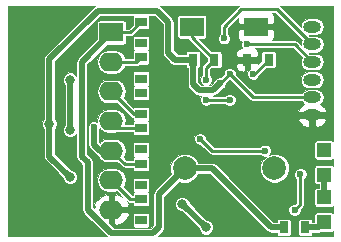
<source format=gbr>
G04 #@! TF.FileFunction,Copper,L1,Top,Signal*
%FSLAX46Y46*%
G04 Gerber Fmt 4.6, Leading zero omitted, Abs format (unit mm)*
G04 Created by KiCad (PCBNEW 4.0.6) date 04/15/17 09:15:45*
%MOMM*%
%LPD*%
G01*
G04 APERTURE LIST*
%ADD10C,0.100000*%
%ADD11O,1.524000X1.000000*%
%ADD12R,0.800000X1.000000*%
%ADD13R,1.000000X0.800000*%
%ADD14R,2.000000X1.600000*%
%ADD15R,1.198880X1.198880*%
%ADD16C,2.000000*%
%ADD17O,2.000000X1.600000*%
%ADD18C,0.600000*%
%ADD19C,0.800000*%
%ADD20C,0.250000*%
%ADD21C,0.500000*%
%ADD22C,0.026000*%
G04 APERTURE END LIST*
D10*
D11*
X26000000Y-9500000D03*
X26000000Y-8000000D03*
X26000000Y-6500000D03*
X26000000Y-5000000D03*
X26000000Y-3500000D03*
X26000000Y-2000000D03*
D12*
X15900000Y-4800000D03*
X17700000Y-4800000D03*
X20500000Y-4800000D03*
X22300000Y-4800000D03*
D13*
X11500000Y-3400000D03*
X11500000Y-1600000D03*
X11500000Y-6400000D03*
X11500000Y-4600000D03*
X11500000Y-7600000D03*
X11500000Y-9400000D03*
X11500000Y-12400000D03*
X11500000Y-10600000D03*
X11500000Y-15400000D03*
X11500000Y-13600000D03*
X11500000Y-18400000D03*
X11500000Y-16600000D03*
D14*
X15800000Y-2000000D03*
X21200000Y-2000000D03*
D12*
X23600000Y-19000000D03*
X25400000Y-19000000D03*
D15*
X27000000Y-18549020D03*
X27000000Y-16450980D03*
X27000000Y-14549020D03*
X27000000Y-12450980D03*
D16*
X15200160Y-14000000D03*
X22799840Y-14000000D03*
D14*
X9000000Y-2500000D03*
D17*
X9000000Y-4993000D03*
X9000000Y-7493000D03*
X9000000Y-9993000D03*
X9000000Y-12493000D03*
X9000000Y-14993000D03*
X9000000Y-17493000D03*
D18*
X10500000Y-4000000D03*
X10500000Y-14400000D03*
X10500000Y-11600000D03*
X10500000Y-5800000D03*
X16000000Y-8200000D03*
X19000000Y-7000000D03*
D19*
X17000000Y-15000000D03*
X14000000Y-19000000D03*
X20000000Y-15000000D03*
X23000000Y-17500000D03*
X2750000Y-1500000D03*
X7000000Y-19000000D03*
D18*
X19000000Y-5000000D03*
X18000000Y-6000000D03*
X20000000Y-6000000D03*
X17000000Y-6500000D03*
X19000000Y-8200000D03*
X17000000Y-8200000D03*
D19*
X15000000Y-17000000D03*
X17000000Y-19000000D03*
D18*
X18200000Y-6800000D03*
X19000000Y-6000000D03*
D19*
X3750000Y-10250000D03*
X5500000Y-14750000D03*
D18*
X20500000Y-3500000D03*
X18500000Y-3000000D03*
X21000000Y-6000000D03*
X11500000Y-18400000D03*
X11500000Y-15400000D03*
X7500000Y-10500000D03*
X11500000Y-12400000D03*
X11500000Y-7600000D03*
X11500000Y-6400000D03*
X11500000Y-3400000D03*
D19*
X5500000Y-10750000D03*
X5500000Y-6500000D03*
D18*
X25000000Y-14500000D03*
X24500000Y-17500000D03*
D19*
X27000000Y-12450980D03*
D18*
X16500000Y-11500000D03*
X22000000Y-12500000D03*
D20*
X10500000Y-11600000D02*
X14400000Y-11600000D01*
X16000000Y-10000000D02*
X16000000Y-8200000D01*
X14400000Y-11600000D02*
X16000000Y-10000000D01*
X10500000Y-4000000D02*
X10600000Y-4000000D01*
X10500000Y-14400000D02*
X10600000Y-14400000D01*
X10500000Y-11600000D02*
X10600000Y-11600000D01*
X10500000Y-5800000D02*
X10600000Y-5800000D01*
X16000000Y-8200000D02*
X16800000Y-9000000D01*
X16800000Y-9000000D02*
X19400000Y-9000000D01*
X19400000Y-9000000D02*
X19800000Y-8600000D01*
X19800000Y-8600000D02*
X19800000Y-7800000D01*
X19800000Y-7800000D02*
X19000000Y-7000000D01*
D21*
X16500000Y-15500000D02*
X17000000Y-15000000D01*
X15000000Y-15500000D02*
X16500000Y-15500000D01*
X14000000Y-16500000D02*
X15000000Y-15500000D01*
X14000000Y-19000000D02*
X14000000Y-16500000D01*
X23000000Y-17500000D02*
X20500000Y-15000000D01*
X20500000Y-15000000D02*
X20000000Y-15000000D01*
X2750000Y-1500000D02*
X750000Y-3500000D01*
X750000Y-3500000D02*
X750000Y-16500000D01*
X750000Y-16500000D02*
X2750000Y-18500000D01*
X3250000Y-19000000D02*
X2750000Y-18500000D01*
X7000000Y-19000000D02*
X3250000Y-19000000D01*
D20*
X20500000Y-4800000D02*
X20300000Y-5000000D01*
X20300000Y-5000000D02*
X19000000Y-5000000D01*
X21200000Y-2000000D02*
X20000000Y-2000000D01*
X19500000Y-4500000D02*
X19000000Y-5000000D01*
X19500000Y-2500000D02*
X19500000Y-4500000D01*
X20000000Y-2000000D02*
X19500000Y-2500000D01*
X17000000Y-5500000D02*
X17000000Y-6500000D01*
X17700000Y-4800000D02*
X17000000Y-5500000D01*
X17000000Y-8200000D02*
X19000000Y-8200000D01*
X17700000Y-4800000D02*
X15800000Y-2900000D01*
X15800000Y-2900000D02*
X15800000Y-2000000D01*
D21*
X15000000Y-17000000D02*
X17000000Y-19000000D01*
X18200000Y-6800000D02*
X17600000Y-7400000D01*
X16400000Y-7400000D02*
X15900000Y-6900000D01*
X17600000Y-7400000D02*
X16400000Y-7400000D01*
X15900000Y-6900000D02*
X15900000Y-4800000D01*
D20*
X26000000Y-8000000D02*
X21000000Y-8000000D01*
X21000000Y-8000000D02*
X19000000Y-6000000D01*
D21*
X7850000Y-650000D02*
X12850000Y-650000D01*
X3750000Y-4750000D02*
X7850000Y-650000D01*
X3750000Y-10250000D02*
X3750000Y-4750000D01*
X14400000Y-4800000D02*
X15900000Y-4800000D01*
X13800000Y-4200000D02*
X14400000Y-4800000D01*
X13800000Y-1600000D02*
X13800000Y-4200000D01*
X12850000Y-650000D02*
X13800000Y-1600000D01*
D20*
X15900000Y-4800000D02*
X15900000Y-5300000D01*
X18200000Y-6800000D02*
X19000000Y-6000000D01*
D21*
X3750000Y-13000000D02*
X3750000Y-10250000D01*
X5500000Y-14750000D02*
X3750000Y-13000000D01*
D20*
X24500000Y-3500000D02*
X26000000Y-5000000D01*
X20500000Y-3500000D02*
X24500000Y-3500000D01*
X20000000Y-500000D02*
X23000000Y-500000D01*
X26000000Y-3500000D02*
X23000000Y-500000D01*
X18500000Y-3000000D02*
X18500000Y-2000000D01*
X18500000Y-2000000D02*
X20000000Y-500000D01*
X22300000Y-4800000D02*
X21100000Y-6000000D01*
X21100000Y-6000000D02*
X21000000Y-6000000D01*
X11500000Y-16600000D02*
X10607000Y-16600000D01*
X10607000Y-16600000D02*
X9000000Y-14993000D01*
D21*
X7500000Y-11993000D02*
X8000000Y-12493000D01*
X7500000Y-10500000D02*
X7500000Y-11993000D01*
D20*
X11500000Y-13600000D02*
X10107000Y-13600000D01*
X10107000Y-13600000D02*
X9000000Y-12493000D01*
D21*
X9000000Y-12493000D02*
X8000000Y-12493000D01*
D20*
X9000000Y-12493000D02*
X9307000Y-12800000D01*
X9000000Y-9993000D02*
X9607000Y-10600000D01*
X9607000Y-10600000D02*
X11500000Y-10600000D01*
X9407000Y-10400000D02*
X9000000Y-9993000D01*
X11500000Y-9400000D02*
X10907000Y-9400000D01*
X10907000Y-9400000D02*
X9000000Y-7493000D01*
X9000000Y-7493000D02*
X9593000Y-7493000D01*
X9000000Y-7493000D02*
X9107000Y-7600000D01*
X9000000Y-4993000D02*
X11107000Y-4993000D01*
X11107000Y-4993000D02*
X11500000Y-4600000D01*
D21*
X15200160Y-14000000D02*
X17500000Y-14000000D01*
X17500000Y-14000000D02*
X22500000Y-19000000D01*
X23600000Y-19000000D02*
X22500000Y-19000000D01*
X7000000Y-13500000D02*
X7000000Y-17500000D01*
X6500000Y-5000000D02*
X6500000Y-13000000D01*
X6500000Y-13000000D02*
X7000000Y-13500000D01*
X9000000Y-2500000D02*
X6500000Y-5000000D01*
X13000000Y-16200160D02*
X15200160Y-14000000D01*
X13000000Y-19000000D02*
X13000000Y-16200160D01*
X12500000Y-19500000D02*
X13000000Y-19000000D01*
X9000000Y-19500000D02*
X12500000Y-19500000D01*
X7000000Y-17500000D02*
X9000000Y-19500000D01*
D20*
X11500000Y-1600000D02*
X10600000Y-2500000D01*
X10600000Y-2500000D02*
X9000000Y-2500000D01*
D21*
X5500000Y-6500000D02*
X5500000Y-10750000D01*
D20*
X25000000Y-17000000D02*
X25000000Y-14500000D01*
X24500000Y-17500000D02*
X25000000Y-17000000D01*
X17500000Y-12500000D02*
X16500000Y-11500000D01*
X22000000Y-12500000D02*
X17500000Y-12500000D01*
D21*
X27000000Y-14549020D02*
X27000000Y-16450980D01*
X27000000Y-18549020D02*
X26549020Y-19000000D01*
X26549020Y-19000000D02*
X25400000Y-19000000D01*
D22*
G36*
X18260998Y-1760998D02*
X18187729Y-1870653D01*
X18162000Y-2000000D01*
X18162000Y-2612552D01*
X18065354Y-2709030D01*
X17987090Y-2897510D01*
X17986911Y-3101594D01*
X18064846Y-3290211D01*
X18209030Y-3434646D01*
X18397510Y-3512910D01*
X18601594Y-3513089D01*
X18790211Y-3435154D01*
X18934646Y-3290970D01*
X19012910Y-3102490D01*
X19013089Y-2898406D01*
X18935154Y-2709789D01*
X18838000Y-2612466D01*
X18838000Y-2140004D01*
X19679000Y-1299004D01*
X19679000Y-1628750D01*
X19809250Y-1759000D01*
X20959000Y-1759000D01*
X20959000Y-1739000D01*
X21441000Y-1739000D01*
X21441000Y-1759000D01*
X22590750Y-1759000D01*
X22721000Y-1628750D01*
X22721000Y-1096366D01*
X22641682Y-904877D01*
X22574805Y-838000D01*
X22859996Y-838000D01*
X25135864Y-3113868D01*
X25060173Y-3227147D01*
X25005899Y-3500000D01*
X25012825Y-3534821D01*
X24739002Y-3260998D01*
X24629347Y-3187729D01*
X24500000Y-3162000D01*
X22574805Y-3162000D01*
X22641682Y-3095123D01*
X22721000Y-2903634D01*
X22721000Y-2371250D01*
X22590750Y-2241000D01*
X21441000Y-2241000D01*
X21441000Y-2261000D01*
X20959000Y-2261000D01*
X20959000Y-2241000D01*
X19809250Y-2241000D01*
X19679000Y-2371250D01*
X19679000Y-2903634D01*
X19758318Y-3095123D01*
X19904878Y-3241683D01*
X20030234Y-3293607D01*
X19987090Y-3397510D01*
X19986911Y-3601594D01*
X20060214Y-3779000D01*
X19996367Y-3779000D01*
X19804878Y-3858317D01*
X19658318Y-4004877D01*
X19579000Y-4196366D01*
X19579000Y-4428750D01*
X19709250Y-4559000D01*
X20300000Y-4559000D01*
X20300000Y-4539000D01*
X20700000Y-4539000D01*
X20700000Y-4559000D01*
X21290750Y-4559000D01*
X21421000Y-4428750D01*
X21421000Y-4196366D01*
X21341682Y-4004877D01*
X21195122Y-3858317D01*
X21146072Y-3838000D01*
X24359996Y-3838000D01*
X25135864Y-4613868D01*
X25060173Y-4727147D01*
X25005899Y-5000000D01*
X25060173Y-5272853D01*
X25214732Y-5504167D01*
X25446046Y-5658726D01*
X25718899Y-5713000D01*
X26281101Y-5713000D01*
X26553954Y-5658726D01*
X26785268Y-5504167D01*
X26939827Y-5272853D01*
X26994101Y-5000000D01*
X26939827Y-4727147D01*
X26785268Y-4495833D01*
X26553954Y-4341274D01*
X26281101Y-4287000D01*
X25765004Y-4287000D01*
X25684078Y-4206074D01*
X25718899Y-4213000D01*
X26281101Y-4213000D01*
X26553954Y-4158726D01*
X26785268Y-4004167D01*
X26939827Y-3772853D01*
X26994101Y-3500000D01*
X26939827Y-3227147D01*
X26785268Y-2995833D01*
X26553954Y-2841274D01*
X26281101Y-2787000D01*
X25765004Y-2787000D01*
X25684078Y-2706074D01*
X25718899Y-2713000D01*
X26281101Y-2713000D01*
X26553954Y-2658726D01*
X26785268Y-2504167D01*
X26939827Y-2272853D01*
X26994101Y-2000000D01*
X26939827Y-1727147D01*
X26785268Y-1495833D01*
X26553954Y-1341274D01*
X26281101Y-1287000D01*
X25718899Y-1287000D01*
X25446046Y-1341274D01*
X25214732Y-1495833D01*
X25060173Y-1727147D01*
X25005899Y-2000000D01*
X25012825Y-2034821D01*
X23241004Y-263000D01*
X27737000Y-263000D01*
X27737000Y-11687737D01*
X27683932Y-11651478D01*
X27599440Y-11634368D01*
X26400560Y-11634368D01*
X26321627Y-11649220D01*
X26249132Y-11695869D01*
X26200498Y-11767048D01*
X26183388Y-11851540D01*
X26183388Y-13050420D01*
X26198240Y-13129353D01*
X26244889Y-13201848D01*
X26316068Y-13250482D01*
X26400560Y-13267592D01*
X27599440Y-13267592D01*
X27678373Y-13252740D01*
X27737000Y-13215015D01*
X27737000Y-13785777D01*
X27683932Y-13749518D01*
X27599440Y-13732408D01*
X26400560Y-13732408D01*
X26321627Y-13747260D01*
X26249132Y-13793909D01*
X26200498Y-13865088D01*
X26183388Y-13949580D01*
X26183388Y-15148460D01*
X26198240Y-15227393D01*
X26244889Y-15299888D01*
X26316068Y-15348522D01*
X26400560Y-15365632D01*
X26537000Y-15365632D01*
X26537000Y-15634368D01*
X26400560Y-15634368D01*
X26321627Y-15649220D01*
X26249132Y-15695869D01*
X26200498Y-15767048D01*
X26183388Y-15851540D01*
X26183388Y-17050420D01*
X26198240Y-17129353D01*
X26244889Y-17201848D01*
X26316068Y-17250482D01*
X26400560Y-17267592D01*
X27599440Y-17267592D01*
X27678373Y-17252740D01*
X27737000Y-17215015D01*
X27737000Y-17785777D01*
X27683932Y-17749518D01*
X27599440Y-17732408D01*
X26400560Y-17732408D01*
X26321627Y-17747260D01*
X26249132Y-17793909D01*
X26200498Y-17865088D01*
X26183388Y-17949580D01*
X26183388Y-18537000D01*
X26017172Y-18537000D01*
X26017172Y-18500000D01*
X26002320Y-18421067D01*
X25955671Y-18348572D01*
X25884492Y-18299938D01*
X25800000Y-18282828D01*
X25000000Y-18282828D01*
X24921067Y-18297680D01*
X24848572Y-18344329D01*
X24799938Y-18415508D01*
X24782828Y-18500000D01*
X24782828Y-19500000D01*
X24797680Y-19578933D01*
X24844329Y-19651428D01*
X24915508Y-19700062D01*
X25000000Y-19717172D01*
X25800000Y-19717172D01*
X25878933Y-19702320D01*
X25951428Y-19655671D01*
X26000062Y-19584492D01*
X26017172Y-19500000D01*
X26017172Y-19463000D01*
X26549020Y-19463000D01*
X26696806Y-19433603D01*
X26726203Y-19427756D01*
X26819177Y-19365632D01*
X27599440Y-19365632D01*
X27678373Y-19350780D01*
X27737000Y-19313055D01*
X27737000Y-19737000D01*
X12917780Y-19737000D01*
X13327391Y-19327390D01*
X13427756Y-19177182D01*
X13463000Y-19000000D01*
X13463000Y-17121398D01*
X14386894Y-17121398D01*
X14480021Y-17346783D01*
X14652310Y-17519373D01*
X14877532Y-17612893D01*
X14958183Y-17612963D01*
X16386964Y-19041744D01*
X16386894Y-19121398D01*
X16480021Y-19346783D01*
X16652310Y-19519373D01*
X16877532Y-19612893D01*
X17121398Y-19613106D01*
X17346783Y-19519979D01*
X17519373Y-19347690D01*
X17612893Y-19122468D01*
X17613106Y-18878602D01*
X17519979Y-18653217D01*
X17347690Y-18480627D01*
X17122468Y-18387107D01*
X17041817Y-18387037D01*
X15613036Y-16958256D01*
X15613106Y-16878602D01*
X15519979Y-16653217D01*
X15347690Y-16480627D01*
X15122468Y-16387107D01*
X14878602Y-16386894D01*
X14653217Y-16480021D01*
X14480627Y-16652310D01*
X14387107Y-16877532D01*
X14386894Y-17121398D01*
X13463000Y-17121398D01*
X13463000Y-16391940D01*
X14734770Y-15120170D01*
X14957821Y-15212789D01*
X15440382Y-15213210D01*
X15886372Y-15028931D01*
X16227892Y-14688006D01*
X16321323Y-14463000D01*
X17308220Y-14463000D01*
X22172610Y-19327391D01*
X22322818Y-19427756D01*
X22500000Y-19463000D01*
X22982828Y-19463000D01*
X22982828Y-19500000D01*
X22997680Y-19578933D01*
X23044329Y-19651428D01*
X23115508Y-19700062D01*
X23200000Y-19717172D01*
X24000000Y-19717172D01*
X24078933Y-19702320D01*
X24151428Y-19655671D01*
X24200062Y-19584492D01*
X24217172Y-19500000D01*
X24217172Y-18500000D01*
X24202320Y-18421067D01*
X24155671Y-18348572D01*
X24084492Y-18299938D01*
X24000000Y-18282828D01*
X23200000Y-18282828D01*
X23121067Y-18297680D01*
X23048572Y-18344329D01*
X22999938Y-18415508D01*
X22982828Y-18500000D01*
X22982828Y-18537000D01*
X22691781Y-18537000D01*
X21756375Y-17601594D01*
X23986911Y-17601594D01*
X24064846Y-17790211D01*
X24209030Y-17934646D01*
X24397510Y-18012910D01*
X24601594Y-18013089D01*
X24790211Y-17935154D01*
X24934646Y-17790970D01*
X25012910Y-17602490D01*
X25013031Y-17464973D01*
X25239002Y-17239002D01*
X25312271Y-17129347D01*
X25338000Y-17000000D01*
X25338000Y-14887448D01*
X25434646Y-14790970D01*
X25512910Y-14602490D01*
X25513089Y-14398406D01*
X25435154Y-14209789D01*
X25290970Y-14065354D01*
X25102490Y-13987090D01*
X24898406Y-13986911D01*
X24709789Y-14064846D01*
X24565354Y-14209030D01*
X24487090Y-14397510D01*
X24486911Y-14601594D01*
X24564846Y-14790211D01*
X24662000Y-14887534D01*
X24662000Y-16859996D01*
X24534965Y-16987031D01*
X24398406Y-16986911D01*
X24209789Y-17064846D01*
X24065354Y-17209030D01*
X23987090Y-17397510D01*
X23986911Y-17601594D01*
X21756375Y-17601594D01*
X17827390Y-13672610D01*
X17677183Y-13572244D01*
X17647786Y-13566397D01*
X17500000Y-13537000D01*
X16321320Y-13537000D01*
X16229091Y-13313788D01*
X15888166Y-12972268D01*
X15442499Y-12787211D01*
X14959938Y-12786790D01*
X14513948Y-12971069D01*
X14172428Y-13311994D01*
X13987371Y-13757661D01*
X13986950Y-14240222D01*
X14079988Y-14465391D01*
X12672610Y-15872770D01*
X12572244Y-16022977D01*
X12572244Y-16022978D01*
X12537000Y-16200160D01*
X12537000Y-18808219D01*
X12308220Y-19037000D01*
X9191781Y-19037000D01*
X8759000Y-18604219D01*
X8759000Y-17734000D01*
X9241000Y-17734000D01*
X9241000Y-18680008D01*
X9446560Y-18787627D01*
X9923224Y-18594725D01*
X10289784Y-18234095D01*
X10411058Y-18000000D01*
X10782828Y-18000000D01*
X10782828Y-18800000D01*
X10797680Y-18878933D01*
X10844329Y-18951428D01*
X10915508Y-19000062D01*
X11000000Y-19017172D01*
X12000000Y-19017172D01*
X12078933Y-19002320D01*
X12151428Y-18955671D01*
X12200062Y-18884492D01*
X12217172Y-18800000D01*
X12217172Y-18000000D01*
X12202320Y-17921067D01*
X12155671Y-17848572D01*
X12084492Y-17799938D01*
X12000000Y-17782828D01*
X11000000Y-17782828D01*
X10921067Y-17797680D01*
X10848572Y-17844329D01*
X10799938Y-17915508D01*
X10782828Y-18000000D01*
X10411058Y-18000000D01*
X10445139Y-17934215D01*
X10366107Y-17734000D01*
X9241000Y-17734000D01*
X8759000Y-17734000D01*
X8739000Y-17734000D01*
X8739000Y-17252000D01*
X8759000Y-17252000D01*
X8759000Y-16305992D01*
X8553440Y-16198373D01*
X8076776Y-16391275D01*
X7710216Y-16751905D01*
X7554861Y-17051785D01*
X7633892Y-17251998D01*
X7479000Y-17251998D01*
X7479000Y-17324220D01*
X7463000Y-17308220D01*
X7463000Y-14993000D01*
X7763236Y-14993000D01*
X7840346Y-15380658D01*
X8059937Y-15709299D01*
X8388578Y-15928890D01*
X8776236Y-16006000D01*
X9223764Y-16006000D01*
X9483359Y-15954363D01*
X9918264Y-16389268D01*
X9446560Y-16198373D01*
X9241000Y-16305992D01*
X9241000Y-17252000D01*
X10366107Y-17252000D01*
X10445139Y-17051785D01*
X10299333Y-16770337D01*
X10367998Y-16839002D01*
X10477653Y-16912271D01*
X10607000Y-16938000D01*
X10782828Y-16938000D01*
X10782828Y-17000000D01*
X10797680Y-17078933D01*
X10844329Y-17151428D01*
X10915508Y-17200062D01*
X11000000Y-17217172D01*
X12000000Y-17217172D01*
X12078933Y-17202320D01*
X12151428Y-17155671D01*
X12200062Y-17084492D01*
X12217172Y-17000000D01*
X12217172Y-16200000D01*
X12202320Y-16121067D01*
X12155671Y-16048572D01*
X12084492Y-15999938D01*
X12083079Y-15999652D01*
X12151428Y-15955671D01*
X12200062Y-15884492D01*
X12217172Y-15800000D01*
X12217172Y-15000000D01*
X12202320Y-14921067D01*
X12155671Y-14848572D01*
X12084492Y-14799938D01*
X12000000Y-14782828D01*
X11000000Y-14782828D01*
X10921067Y-14797680D01*
X10848572Y-14844329D01*
X10799938Y-14915508D01*
X10782828Y-15000000D01*
X10782828Y-15800000D01*
X10797680Y-15878933D01*
X10844329Y-15951428D01*
X10915508Y-16000062D01*
X10916921Y-16000348D01*
X10848572Y-16044329D01*
X10799938Y-16115508D01*
X10782828Y-16200000D01*
X10782828Y-16262000D01*
X10747004Y-16262000D01*
X10041897Y-15556893D01*
X10159654Y-15380658D01*
X10236764Y-14993000D01*
X10159654Y-14605342D01*
X9940063Y-14276701D01*
X9611422Y-14057110D01*
X9223764Y-13980000D01*
X8776236Y-13980000D01*
X8388578Y-14057110D01*
X8059937Y-14276701D01*
X7840346Y-14605342D01*
X7763236Y-14993000D01*
X7463000Y-14993000D01*
X7463000Y-13500000D01*
X7427756Y-13322818D01*
X7387119Y-13262000D01*
X7327391Y-13172610D01*
X6963000Y-12808220D01*
X6963000Y-10601594D01*
X6986911Y-10601594D01*
X7037000Y-10722819D01*
X7037000Y-11993000D01*
X7060080Y-12109030D01*
X7072244Y-12170183D01*
X7172610Y-12320390D01*
X7672610Y-12820391D01*
X7822818Y-12920756D01*
X7873932Y-12930923D01*
X8059937Y-13209299D01*
X8388578Y-13428890D01*
X8776236Y-13506000D01*
X9223764Y-13506000D01*
X9483359Y-13454363D01*
X9867998Y-13839002D01*
X9977653Y-13912271D01*
X10107000Y-13938000D01*
X10782828Y-13938000D01*
X10782828Y-14000000D01*
X10797680Y-14078933D01*
X10844329Y-14151428D01*
X10915508Y-14200062D01*
X11000000Y-14217172D01*
X12000000Y-14217172D01*
X12078933Y-14202320D01*
X12151428Y-14155671D01*
X12200062Y-14084492D01*
X12217172Y-14000000D01*
X12217172Y-13200000D01*
X12202320Y-13121067D01*
X12155671Y-13048572D01*
X12084492Y-12999938D01*
X12083079Y-12999652D01*
X12151428Y-12955671D01*
X12200062Y-12884492D01*
X12217172Y-12800000D01*
X12217172Y-12000000D01*
X12202320Y-11921067D01*
X12155671Y-11848572D01*
X12084492Y-11799938D01*
X12000000Y-11782828D01*
X11000000Y-11782828D01*
X10921067Y-11797680D01*
X10848572Y-11844329D01*
X10799938Y-11915508D01*
X10782828Y-12000000D01*
X10782828Y-12800000D01*
X10797680Y-12878933D01*
X10844329Y-12951428D01*
X10915508Y-13000062D01*
X10916921Y-13000348D01*
X10848572Y-13044329D01*
X10799938Y-13115508D01*
X10782828Y-13200000D01*
X10782828Y-13262000D01*
X10247004Y-13262000D01*
X10041897Y-13056893D01*
X10159654Y-12880658D01*
X10236764Y-12493000D01*
X10159654Y-12105342D01*
X9940063Y-11776701D01*
X9677997Y-11601594D01*
X15986911Y-11601594D01*
X16064846Y-11790211D01*
X16209030Y-11934646D01*
X16397510Y-12012910D01*
X16535027Y-12013031D01*
X17260998Y-12739002D01*
X17370653Y-12812271D01*
X17500000Y-12838000D01*
X21612552Y-12838000D01*
X21709030Y-12934646D01*
X21897510Y-13012910D01*
X22071561Y-13013063D01*
X21772108Y-13311994D01*
X21587051Y-13757661D01*
X21586630Y-14240222D01*
X21770909Y-14686212D01*
X22111834Y-15027732D01*
X22557501Y-15212789D01*
X23040062Y-15213210D01*
X23486052Y-15028931D01*
X23827572Y-14688006D01*
X24012629Y-14242339D01*
X24013050Y-13759778D01*
X23828771Y-13313788D01*
X23487846Y-12972268D01*
X23042179Y-12787211D01*
X22559618Y-12786790D01*
X22353532Y-12871943D01*
X22434646Y-12790970D01*
X22512910Y-12602490D01*
X22513089Y-12398406D01*
X22435154Y-12209789D01*
X22290970Y-12065354D01*
X22102490Y-11987090D01*
X21898406Y-11986911D01*
X21709789Y-12064846D01*
X21612466Y-12162000D01*
X17640004Y-12162000D01*
X17012969Y-11534965D01*
X17013089Y-11398406D01*
X16935154Y-11209789D01*
X16790970Y-11065354D01*
X16602490Y-10987090D01*
X16398406Y-10986911D01*
X16209789Y-11064846D01*
X16065354Y-11209030D01*
X15987090Y-11397510D01*
X15986911Y-11601594D01*
X9677997Y-11601594D01*
X9611422Y-11557110D01*
X9223764Y-11480000D01*
X8776236Y-11480000D01*
X8388578Y-11557110D01*
X8059937Y-11776701D01*
X8011289Y-11849508D01*
X7963000Y-11801220D01*
X7963000Y-10722686D01*
X8003581Y-10624956D01*
X8059937Y-10709299D01*
X8388578Y-10928890D01*
X8776236Y-11006000D01*
X9223764Y-11006000D01*
X9586312Y-10933885D01*
X9607000Y-10938000D01*
X10782828Y-10938000D01*
X10782828Y-11000000D01*
X10797680Y-11078933D01*
X10844329Y-11151428D01*
X10915508Y-11200062D01*
X11000000Y-11217172D01*
X12000000Y-11217172D01*
X12078933Y-11202320D01*
X12151428Y-11155671D01*
X12200062Y-11084492D01*
X12217172Y-11000000D01*
X12217172Y-10200000D01*
X12202320Y-10121067D01*
X12155671Y-10048572D01*
X12084492Y-9999938D01*
X12083079Y-9999652D01*
X12151428Y-9955671D01*
X12194085Y-9893239D01*
X24795767Y-9893239D01*
X24922336Y-10118571D01*
X25221142Y-10383626D01*
X25598635Y-10514157D01*
X25759000Y-10393223D01*
X25759000Y-9741000D01*
X26241000Y-9741000D01*
X26241000Y-10393223D01*
X26401365Y-10514157D01*
X26778858Y-10383626D01*
X27077664Y-10118571D01*
X27204233Y-9893239D01*
X27119528Y-9741000D01*
X26241000Y-9741000D01*
X25759000Y-9741000D01*
X24880472Y-9741000D01*
X24795767Y-9893239D01*
X12194085Y-9893239D01*
X12200062Y-9884492D01*
X12217172Y-9800000D01*
X12217172Y-9000000D01*
X12202320Y-8921067D01*
X12155671Y-8848572D01*
X12084492Y-8799938D01*
X12000000Y-8782828D01*
X11000000Y-8782828D01*
X10921067Y-8797680D01*
X10848572Y-8844329D01*
X10840763Y-8855759D01*
X10041897Y-8056893D01*
X10159654Y-7880658D01*
X10236764Y-7493000D01*
X10159654Y-7105342D01*
X9940063Y-6776701D01*
X9611422Y-6557110D01*
X9223764Y-6480000D01*
X8776236Y-6480000D01*
X8388578Y-6557110D01*
X8059937Y-6776701D01*
X7840346Y-7105342D01*
X7763236Y-7493000D01*
X7840346Y-7880658D01*
X8059937Y-8209299D01*
X8388578Y-8428890D01*
X8776236Y-8506000D01*
X9223764Y-8506000D01*
X9483359Y-8454363D01*
X10667998Y-9639002D01*
X10777653Y-9712271D01*
X10782828Y-9713300D01*
X10782828Y-9800000D01*
X10797680Y-9878933D01*
X10844329Y-9951428D01*
X10915508Y-10000062D01*
X10916921Y-10000348D01*
X10848572Y-10044329D01*
X10799938Y-10115508D01*
X10782828Y-10200000D01*
X10782828Y-10262000D01*
X10183257Y-10262000D01*
X10236764Y-9993000D01*
X10159654Y-9605342D01*
X9940063Y-9276701D01*
X9611422Y-9057110D01*
X9223764Y-8980000D01*
X8776236Y-8980000D01*
X8388578Y-9057110D01*
X8059937Y-9276701D01*
X7840346Y-9605342D01*
X7763236Y-9993000D01*
X7776427Y-10059315D01*
X7602490Y-9987090D01*
X7398406Y-9986911D01*
X7209789Y-10064846D01*
X7065354Y-10209030D01*
X6987090Y-10397510D01*
X6986911Y-10601594D01*
X6963000Y-10601594D01*
X6963000Y-5191780D01*
X7161780Y-4993000D01*
X7763236Y-4993000D01*
X7840346Y-5380658D01*
X8059937Y-5709299D01*
X8388578Y-5928890D01*
X8776236Y-6006000D01*
X9223764Y-6006000D01*
X9253928Y-6000000D01*
X10782828Y-6000000D01*
X10782828Y-6800000D01*
X10797680Y-6878933D01*
X10844329Y-6951428D01*
X10915508Y-7000062D01*
X10916921Y-7000348D01*
X10848572Y-7044329D01*
X10799938Y-7115508D01*
X10782828Y-7200000D01*
X10782828Y-8000000D01*
X10797680Y-8078933D01*
X10844329Y-8151428D01*
X10915508Y-8200062D01*
X11000000Y-8217172D01*
X12000000Y-8217172D01*
X12078933Y-8202320D01*
X12151428Y-8155671D01*
X12200062Y-8084492D01*
X12217172Y-8000000D01*
X12217172Y-7200000D01*
X12202320Y-7121067D01*
X12155671Y-7048572D01*
X12084492Y-6999938D01*
X12083079Y-6999652D01*
X12151428Y-6955671D01*
X12200062Y-6884492D01*
X12217172Y-6800000D01*
X12217172Y-6000000D01*
X12202320Y-5921067D01*
X12155671Y-5848572D01*
X12084492Y-5799938D01*
X12000000Y-5782828D01*
X11000000Y-5782828D01*
X10921067Y-5797680D01*
X10848572Y-5844329D01*
X10799938Y-5915508D01*
X10782828Y-6000000D01*
X9253928Y-6000000D01*
X9611422Y-5928890D01*
X9940063Y-5709299D01*
X10159654Y-5380658D01*
X10169532Y-5331000D01*
X11107000Y-5331000D01*
X11236347Y-5305271D01*
X11346002Y-5232002D01*
X11360832Y-5217172D01*
X12000000Y-5217172D01*
X12078933Y-5202320D01*
X12151428Y-5155671D01*
X12200062Y-5084492D01*
X12217172Y-5000000D01*
X12217172Y-4200000D01*
X12202320Y-4121067D01*
X12155671Y-4048572D01*
X12084492Y-3999938D01*
X12083079Y-3999652D01*
X12151428Y-3955671D01*
X12200062Y-3884492D01*
X12217172Y-3800000D01*
X12217172Y-3000000D01*
X12202320Y-2921067D01*
X12155671Y-2848572D01*
X12084492Y-2799938D01*
X12000000Y-2782828D01*
X11000000Y-2782828D01*
X10921067Y-2797680D01*
X10848572Y-2844329D01*
X10799938Y-2915508D01*
X10782828Y-3000000D01*
X10782828Y-3800000D01*
X10797680Y-3878933D01*
X10844329Y-3951428D01*
X10915508Y-4000062D01*
X10916921Y-4000348D01*
X10848572Y-4044329D01*
X10799938Y-4115508D01*
X10782828Y-4200000D01*
X10782828Y-4655000D01*
X10169532Y-4655000D01*
X10159654Y-4605342D01*
X9940063Y-4276701D01*
X9611422Y-4057110D01*
X9223764Y-3980000D01*
X8776236Y-3980000D01*
X8388578Y-4057110D01*
X8059937Y-4276701D01*
X7840346Y-4605342D01*
X7763236Y-4993000D01*
X7161780Y-4993000D01*
X8637609Y-3517172D01*
X10000000Y-3517172D01*
X10078933Y-3502320D01*
X10151428Y-3455671D01*
X10200062Y-3384492D01*
X10217172Y-3300000D01*
X10217172Y-2838000D01*
X10600000Y-2838000D01*
X10729347Y-2812271D01*
X10839002Y-2739002D01*
X11360832Y-2217172D01*
X12000000Y-2217172D01*
X12078933Y-2202320D01*
X12151428Y-2155671D01*
X12200062Y-2084492D01*
X12217172Y-2000000D01*
X12217172Y-1200000D01*
X12202320Y-1121067D01*
X12197129Y-1113000D01*
X12658220Y-1113000D01*
X13337000Y-1791781D01*
X13337000Y-4200000D01*
X13361316Y-4322244D01*
X13372244Y-4377183D01*
X13472610Y-4527390D01*
X14072609Y-5127390D01*
X14222817Y-5227756D01*
X14244164Y-5232002D01*
X14400000Y-5263000D01*
X15282828Y-5263000D01*
X15282828Y-5300000D01*
X15297680Y-5378933D01*
X15344329Y-5451428D01*
X15415508Y-5500062D01*
X15437000Y-5504414D01*
X15437000Y-6900000D01*
X15465709Y-7044329D01*
X15472244Y-7077183D01*
X15572610Y-7227390D01*
X16072610Y-7727391D01*
X16189167Y-7805271D01*
X16222818Y-7827756D01*
X16400000Y-7863000D01*
X16611464Y-7863000D01*
X16565354Y-7909030D01*
X16487090Y-8097510D01*
X16486911Y-8301594D01*
X16564846Y-8490211D01*
X16709030Y-8634646D01*
X16897510Y-8712910D01*
X17101594Y-8713089D01*
X17290211Y-8635154D01*
X17387534Y-8538000D01*
X18612552Y-8538000D01*
X18709030Y-8634646D01*
X18897510Y-8712910D01*
X19101594Y-8713089D01*
X19290211Y-8635154D01*
X19434646Y-8490970D01*
X19512910Y-8302490D01*
X19513089Y-8098406D01*
X19435154Y-7909789D01*
X19290970Y-7765354D01*
X19102490Y-7687090D01*
X18898406Y-7686911D01*
X18709789Y-7764846D01*
X18612466Y-7862000D01*
X17605027Y-7862000D01*
X17747786Y-7833603D01*
X17777183Y-7827756D01*
X17927390Y-7727390D01*
X18369926Y-7284855D01*
X18490211Y-7235154D01*
X18634646Y-7090970D01*
X18712910Y-6902490D01*
X18713031Y-6764973D01*
X18965035Y-6512969D01*
X19035027Y-6513031D01*
X20760998Y-8239002D01*
X20870653Y-8312271D01*
X21000000Y-8338000D01*
X25103703Y-8338000D01*
X25214732Y-8504167D01*
X25327580Y-8579569D01*
X25221142Y-8616374D01*
X24922336Y-8881429D01*
X24795767Y-9106761D01*
X24880472Y-9259000D01*
X25759000Y-9259000D01*
X25759000Y-9239000D01*
X26241000Y-9239000D01*
X26241000Y-9259000D01*
X27119528Y-9259000D01*
X27204233Y-9106761D01*
X27077664Y-8881429D01*
X26778858Y-8616374D01*
X26672420Y-8579569D01*
X26785268Y-8504167D01*
X26939827Y-8272853D01*
X26994101Y-8000000D01*
X26939827Y-7727147D01*
X26785268Y-7495833D01*
X26553954Y-7341274D01*
X26281101Y-7287000D01*
X25718899Y-7287000D01*
X25446046Y-7341274D01*
X25214732Y-7495833D01*
X25103703Y-7662000D01*
X21140004Y-7662000D01*
X19579598Y-6101594D01*
X20486911Y-6101594D01*
X20564846Y-6290211D01*
X20709030Y-6434646D01*
X20897510Y-6512910D01*
X21101594Y-6513089D01*
X21133271Y-6500000D01*
X25005899Y-6500000D01*
X25060173Y-6772853D01*
X25214732Y-7004167D01*
X25446046Y-7158726D01*
X25718899Y-7213000D01*
X26281101Y-7213000D01*
X26553954Y-7158726D01*
X26785268Y-7004167D01*
X26939827Y-6772853D01*
X26994101Y-6500000D01*
X26939827Y-6227147D01*
X26785268Y-5995833D01*
X26553954Y-5841274D01*
X26281101Y-5787000D01*
X25718899Y-5787000D01*
X25446046Y-5841274D01*
X25214732Y-5995833D01*
X25060173Y-6227147D01*
X25005899Y-6500000D01*
X21133271Y-6500000D01*
X21290211Y-6435154D01*
X21434646Y-6290970D01*
X21512910Y-6102490D01*
X21512943Y-6065061D01*
X22060832Y-5517172D01*
X22700000Y-5517172D01*
X22778933Y-5502320D01*
X22851428Y-5455671D01*
X22900062Y-5384492D01*
X22917172Y-5300000D01*
X22917172Y-4300000D01*
X22902320Y-4221067D01*
X22855671Y-4148572D01*
X22784492Y-4099938D01*
X22700000Y-4082828D01*
X21900000Y-4082828D01*
X21821067Y-4097680D01*
X21748572Y-4144329D01*
X21699938Y-4215508D01*
X21682828Y-4300000D01*
X21682828Y-4939168D01*
X21421000Y-5200996D01*
X21421000Y-5171250D01*
X21290750Y-5041000D01*
X20700000Y-5041000D01*
X20700000Y-5574618D01*
X20565354Y-5709030D01*
X20487090Y-5897510D01*
X20486911Y-6101594D01*
X19579598Y-6101594D01*
X19512969Y-6034965D01*
X19513089Y-5898406D01*
X19435154Y-5709789D01*
X19290970Y-5565354D01*
X19102490Y-5487090D01*
X18898406Y-5486911D01*
X18709789Y-5564846D01*
X18565354Y-5709030D01*
X18487090Y-5897510D01*
X18486969Y-6035027D01*
X18234965Y-6287031D01*
X18098406Y-6286911D01*
X17909789Y-6364846D01*
X17765354Y-6509030D01*
X17715054Y-6630165D01*
X17408220Y-6937000D01*
X17285743Y-6937000D01*
X17290211Y-6935154D01*
X17434646Y-6790970D01*
X17512910Y-6602490D01*
X17513089Y-6398406D01*
X17435154Y-6209789D01*
X17338000Y-6112466D01*
X17338000Y-5640004D01*
X17460832Y-5517172D01*
X18100000Y-5517172D01*
X18178933Y-5502320D01*
X18251428Y-5455671D01*
X18300062Y-5384492D01*
X18317172Y-5300000D01*
X18317172Y-5171250D01*
X19579000Y-5171250D01*
X19579000Y-5403634D01*
X19658318Y-5595123D01*
X19804878Y-5741683D01*
X19996367Y-5821000D01*
X20169750Y-5821000D01*
X20300000Y-5690750D01*
X20300000Y-5041000D01*
X19709250Y-5041000D01*
X19579000Y-5171250D01*
X18317172Y-5171250D01*
X18317172Y-4300000D01*
X18302320Y-4221067D01*
X18255671Y-4148572D01*
X18184492Y-4099938D01*
X18100000Y-4082828D01*
X17460832Y-4082828D01*
X16395176Y-3017172D01*
X16800000Y-3017172D01*
X16878933Y-3002320D01*
X16951428Y-2955671D01*
X17000062Y-2884492D01*
X17017172Y-2800000D01*
X17017172Y-1200000D01*
X17002320Y-1121067D01*
X16955671Y-1048572D01*
X16884492Y-999938D01*
X16800000Y-982828D01*
X14800000Y-982828D01*
X14721067Y-997680D01*
X14648572Y-1044329D01*
X14599938Y-1115508D01*
X14582828Y-1200000D01*
X14582828Y-2800000D01*
X14597680Y-2878933D01*
X14644329Y-2951428D01*
X14715508Y-3000062D01*
X14800000Y-3017172D01*
X15485307Y-3017172D01*
X15487729Y-3029347D01*
X15560998Y-3139002D01*
X17082828Y-4660832D01*
X17082828Y-4939168D01*
X16760998Y-5260998D01*
X16687729Y-5370653D01*
X16662000Y-5500000D01*
X16662000Y-6112552D01*
X16565354Y-6209030D01*
X16487090Y-6397510D01*
X16486911Y-6601594D01*
X16564846Y-6790211D01*
X16709030Y-6934646D01*
X16714699Y-6937000D01*
X16591781Y-6937000D01*
X16363000Y-6708220D01*
X16363000Y-5505318D01*
X16378933Y-5502320D01*
X16451428Y-5455671D01*
X16500062Y-5384492D01*
X16517172Y-5300000D01*
X16517172Y-4300000D01*
X16502320Y-4221067D01*
X16455671Y-4148572D01*
X16384492Y-4099938D01*
X16300000Y-4082828D01*
X15500000Y-4082828D01*
X15421067Y-4097680D01*
X15348572Y-4144329D01*
X15299938Y-4215508D01*
X15282828Y-4300000D01*
X15282828Y-4337000D01*
X14591781Y-4337000D01*
X14263000Y-4008220D01*
X14263000Y-1600000D01*
X14227756Y-1422818D01*
X14127391Y-1272610D01*
X13177390Y-322610D01*
X13088178Y-263000D01*
X19758996Y-263000D01*
X18260998Y-1760998D01*
X18260998Y-1760998D01*
G37*
X18260998Y-1760998D02*
X18187729Y-1870653D01*
X18162000Y-2000000D01*
X18162000Y-2612552D01*
X18065354Y-2709030D01*
X17987090Y-2897510D01*
X17986911Y-3101594D01*
X18064846Y-3290211D01*
X18209030Y-3434646D01*
X18397510Y-3512910D01*
X18601594Y-3513089D01*
X18790211Y-3435154D01*
X18934646Y-3290970D01*
X19012910Y-3102490D01*
X19013089Y-2898406D01*
X18935154Y-2709789D01*
X18838000Y-2612466D01*
X18838000Y-2140004D01*
X19679000Y-1299004D01*
X19679000Y-1628750D01*
X19809250Y-1759000D01*
X20959000Y-1759000D01*
X20959000Y-1739000D01*
X21441000Y-1739000D01*
X21441000Y-1759000D01*
X22590750Y-1759000D01*
X22721000Y-1628750D01*
X22721000Y-1096366D01*
X22641682Y-904877D01*
X22574805Y-838000D01*
X22859996Y-838000D01*
X25135864Y-3113868D01*
X25060173Y-3227147D01*
X25005899Y-3500000D01*
X25012825Y-3534821D01*
X24739002Y-3260998D01*
X24629347Y-3187729D01*
X24500000Y-3162000D01*
X22574805Y-3162000D01*
X22641682Y-3095123D01*
X22721000Y-2903634D01*
X22721000Y-2371250D01*
X22590750Y-2241000D01*
X21441000Y-2241000D01*
X21441000Y-2261000D01*
X20959000Y-2261000D01*
X20959000Y-2241000D01*
X19809250Y-2241000D01*
X19679000Y-2371250D01*
X19679000Y-2903634D01*
X19758318Y-3095123D01*
X19904878Y-3241683D01*
X20030234Y-3293607D01*
X19987090Y-3397510D01*
X19986911Y-3601594D01*
X20060214Y-3779000D01*
X19996367Y-3779000D01*
X19804878Y-3858317D01*
X19658318Y-4004877D01*
X19579000Y-4196366D01*
X19579000Y-4428750D01*
X19709250Y-4559000D01*
X20300000Y-4559000D01*
X20300000Y-4539000D01*
X20700000Y-4539000D01*
X20700000Y-4559000D01*
X21290750Y-4559000D01*
X21421000Y-4428750D01*
X21421000Y-4196366D01*
X21341682Y-4004877D01*
X21195122Y-3858317D01*
X21146072Y-3838000D01*
X24359996Y-3838000D01*
X25135864Y-4613868D01*
X25060173Y-4727147D01*
X25005899Y-5000000D01*
X25060173Y-5272853D01*
X25214732Y-5504167D01*
X25446046Y-5658726D01*
X25718899Y-5713000D01*
X26281101Y-5713000D01*
X26553954Y-5658726D01*
X26785268Y-5504167D01*
X26939827Y-5272853D01*
X26994101Y-5000000D01*
X26939827Y-4727147D01*
X26785268Y-4495833D01*
X26553954Y-4341274D01*
X26281101Y-4287000D01*
X25765004Y-4287000D01*
X25684078Y-4206074D01*
X25718899Y-4213000D01*
X26281101Y-4213000D01*
X26553954Y-4158726D01*
X26785268Y-4004167D01*
X26939827Y-3772853D01*
X26994101Y-3500000D01*
X26939827Y-3227147D01*
X26785268Y-2995833D01*
X26553954Y-2841274D01*
X26281101Y-2787000D01*
X25765004Y-2787000D01*
X25684078Y-2706074D01*
X25718899Y-2713000D01*
X26281101Y-2713000D01*
X26553954Y-2658726D01*
X26785268Y-2504167D01*
X26939827Y-2272853D01*
X26994101Y-2000000D01*
X26939827Y-1727147D01*
X26785268Y-1495833D01*
X26553954Y-1341274D01*
X26281101Y-1287000D01*
X25718899Y-1287000D01*
X25446046Y-1341274D01*
X25214732Y-1495833D01*
X25060173Y-1727147D01*
X25005899Y-2000000D01*
X25012825Y-2034821D01*
X23241004Y-263000D01*
X27737000Y-263000D01*
X27737000Y-11687737D01*
X27683932Y-11651478D01*
X27599440Y-11634368D01*
X26400560Y-11634368D01*
X26321627Y-11649220D01*
X26249132Y-11695869D01*
X26200498Y-11767048D01*
X26183388Y-11851540D01*
X26183388Y-13050420D01*
X26198240Y-13129353D01*
X26244889Y-13201848D01*
X26316068Y-13250482D01*
X26400560Y-13267592D01*
X27599440Y-13267592D01*
X27678373Y-13252740D01*
X27737000Y-13215015D01*
X27737000Y-13785777D01*
X27683932Y-13749518D01*
X27599440Y-13732408D01*
X26400560Y-13732408D01*
X26321627Y-13747260D01*
X26249132Y-13793909D01*
X26200498Y-13865088D01*
X26183388Y-13949580D01*
X26183388Y-15148460D01*
X26198240Y-15227393D01*
X26244889Y-15299888D01*
X26316068Y-15348522D01*
X26400560Y-15365632D01*
X26537000Y-15365632D01*
X26537000Y-15634368D01*
X26400560Y-15634368D01*
X26321627Y-15649220D01*
X26249132Y-15695869D01*
X26200498Y-15767048D01*
X26183388Y-15851540D01*
X26183388Y-17050420D01*
X26198240Y-17129353D01*
X26244889Y-17201848D01*
X26316068Y-17250482D01*
X26400560Y-17267592D01*
X27599440Y-17267592D01*
X27678373Y-17252740D01*
X27737000Y-17215015D01*
X27737000Y-17785777D01*
X27683932Y-17749518D01*
X27599440Y-17732408D01*
X26400560Y-17732408D01*
X26321627Y-17747260D01*
X26249132Y-17793909D01*
X26200498Y-17865088D01*
X26183388Y-17949580D01*
X26183388Y-18537000D01*
X26017172Y-18537000D01*
X26017172Y-18500000D01*
X26002320Y-18421067D01*
X25955671Y-18348572D01*
X25884492Y-18299938D01*
X25800000Y-18282828D01*
X25000000Y-18282828D01*
X24921067Y-18297680D01*
X24848572Y-18344329D01*
X24799938Y-18415508D01*
X24782828Y-18500000D01*
X24782828Y-19500000D01*
X24797680Y-19578933D01*
X24844329Y-19651428D01*
X24915508Y-19700062D01*
X25000000Y-19717172D01*
X25800000Y-19717172D01*
X25878933Y-19702320D01*
X25951428Y-19655671D01*
X26000062Y-19584492D01*
X26017172Y-19500000D01*
X26017172Y-19463000D01*
X26549020Y-19463000D01*
X26696806Y-19433603D01*
X26726203Y-19427756D01*
X26819177Y-19365632D01*
X27599440Y-19365632D01*
X27678373Y-19350780D01*
X27737000Y-19313055D01*
X27737000Y-19737000D01*
X12917780Y-19737000D01*
X13327391Y-19327390D01*
X13427756Y-19177182D01*
X13463000Y-19000000D01*
X13463000Y-17121398D01*
X14386894Y-17121398D01*
X14480021Y-17346783D01*
X14652310Y-17519373D01*
X14877532Y-17612893D01*
X14958183Y-17612963D01*
X16386964Y-19041744D01*
X16386894Y-19121398D01*
X16480021Y-19346783D01*
X16652310Y-19519373D01*
X16877532Y-19612893D01*
X17121398Y-19613106D01*
X17346783Y-19519979D01*
X17519373Y-19347690D01*
X17612893Y-19122468D01*
X17613106Y-18878602D01*
X17519979Y-18653217D01*
X17347690Y-18480627D01*
X17122468Y-18387107D01*
X17041817Y-18387037D01*
X15613036Y-16958256D01*
X15613106Y-16878602D01*
X15519979Y-16653217D01*
X15347690Y-16480627D01*
X15122468Y-16387107D01*
X14878602Y-16386894D01*
X14653217Y-16480021D01*
X14480627Y-16652310D01*
X14387107Y-16877532D01*
X14386894Y-17121398D01*
X13463000Y-17121398D01*
X13463000Y-16391940D01*
X14734770Y-15120170D01*
X14957821Y-15212789D01*
X15440382Y-15213210D01*
X15886372Y-15028931D01*
X16227892Y-14688006D01*
X16321323Y-14463000D01*
X17308220Y-14463000D01*
X22172610Y-19327391D01*
X22322818Y-19427756D01*
X22500000Y-19463000D01*
X22982828Y-19463000D01*
X22982828Y-19500000D01*
X22997680Y-19578933D01*
X23044329Y-19651428D01*
X23115508Y-19700062D01*
X23200000Y-19717172D01*
X24000000Y-19717172D01*
X24078933Y-19702320D01*
X24151428Y-19655671D01*
X24200062Y-19584492D01*
X24217172Y-19500000D01*
X24217172Y-18500000D01*
X24202320Y-18421067D01*
X24155671Y-18348572D01*
X24084492Y-18299938D01*
X24000000Y-18282828D01*
X23200000Y-18282828D01*
X23121067Y-18297680D01*
X23048572Y-18344329D01*
X22999938Y-18415508D01*
X22982828Y-18500000D01*
X22982828Y-18537000D01*
X22691781Y-18537000D01*
X21756375Y-17601594D01*
X23986911Y-17601594D01*
X24064846Y-17790211D01*
X24209030Y-17934646D01*
X24397510Y-18012910D01*
X24601594Y-18013089D01*
X24790211Y-17935154D01*
X24934646Y-17790970D01*
X25012910Y-17602490D01*
X25013031Y-17464973D01*
X25239002Y-17239002D01*
X25312271Y-17129347D01*
X25338000Y-17000000D01*
X25338000Y-14887448D01*
X25434646Y-14790970D01*
X25512910Y-14602490D01*
X25513089Y-14398406D01*
X25435154Y-14209789D01*
X25290970Y-14065354D01*
X25102490Y-13987090D01*
X24898406Y-13986911D01*
X24709789Y-14064846D01*
X24565354Y-14209030D01*
X24487090Y-14397510D01*
X24486911Y-14601594D01*
X24564846Y-14790211D01*
X24662000Y-14887534D01*
X24662000Y-16859996D01*
X24534965Y-16987031D01*
X24398406Y-16986911D01*
X24209789Y-17064846D01*
X24065354Y-17209030D01*
X23987090Y-17397510D01*
X23986911Y-17601594D01*
X21756375Y-17601594D01*
X17827390Y-13672610D01*
X17677183Y-13572244D01*
X17647786Y-13566397D01*
X17500000Y-13537000D01*
X16321320Y-13537000D01*
X16229091Y-13313788D01*
X15888166Y-12972268D01*
X15442499Y-12787211D01*
X14959938Y-12786790D01*
X14513948Y-12971069D01*
X14172428Y-13311994D01*
X13987371Y-13757661D01*
X13986950Y-14240222D01*
X14079988Y-14465391D01*
X12672610Y-15872770D01*
X12572244Y-16022977D01*
X12572244Y-16022978D01*
X12537000Y-16200160D01*
X12537000Y-18808219D01*
X12308220Y-19037000D01*
X9191781Y-19037000D01*
X8759000Y-18604219D01*
X8759000Y-17734000D01*
X9241000Y-17734000D01*
X9241000Y-18680008D01*
X9446560Y-18787627D01*
X9923224Y-18594725D01*
X10289784Y-18234095D01*
X10411058Y-18000000D01*
X10782828Y-18000000D01*
X10782828Y-18800000D01*
X10797680Y-18878933D01*
X10844329Y-18951428D01*
X10915508Y-19000062D01*
X11000000Y-19017172D01*
X12000000Y-19017172D01*
X12078933Y-19002320D01*
X12151428Y-18955671D01*
X12200062Y-18884492D01*
X12217172Y-18800000D01*
X12217172Y-18000000D01*
X12202320Y-17921067D01*
X12155671Y-17848572D01*
X12084492Y-17799938D01*
X12000000Y-17782828D01*
X11000000Y-17782828D01*
X10921067Y-17797680D01*
X10848572Y-17844329D01*
X10799938Y-17915508D01*
X10782828Y-18000000D01*
X10411058Y-18000000D01*
X10445139Y-17934215D01*
X10366107Y-17734000D01*
X9241000Y-17734000D01*
X8759000Y-17734000D01*
X8739000Y-17734000D01*
X8739000Y-17252000D01*
X8759000Y-17252000D01*
X8759000Y-16305992D01*
X8553440Y-16198373D01*
X8076776Y-16391275D01*
X7710216Y-16751905D01*
X7554861Y-17051785D01*
X7633892Y-17251998D01*
X7479000Y-17251998D01*
X7479000Y-17324220D01*
X7463000Y-17308220D01*
X7463000Y-14993000D01*
X7763236Y-14993000D01*
X7840346Y-15380658D01*
X8059937Y-15709299D01*
X8388578Y-15928890D01*
X8776236Y-16006000D01*
X9223764Y-16006000D01*
X9483359Y-15954363D01*
X9918264Y-16389268D01*
X9446560Y-16198373D01*
X9241000Y-16305992D01*
X9241000Y-17252000D01*
X10366107Y-17252000D01*
X10445139Y-17051785D01*
X10299333Y-16770337D01*
X10367998Y-16839002D01*
X10477653Y-16912271D01*
X10607000Y-16938000D01*
X10782828Y-16938000D01*
X10782828Y-17000000D01*
X10797680Y-17078933D01*
X10844329Y-17151428D01*
X10915508Y-17200062D01*
X11000000Y-17217172D01*
X12000000Y-17217172D01*
X12078933Y-17202320D01*
X12151428Y-17155671D01*
X12200062Y-17084492D01*
X12217172Y-17000000D01*
X12217172Y-16200000D01*
X12202320Y-16121067D01*
X12155671Y-16048572D01*
X12084492Y-15999938D01*
X12083079Y-15999652D01*
X12151428Y-15955671D01*
X12200062Y-15884492D01*
X12217172Y-15800000D01*
X12217172Y-15000000D01*
X12202320Y-14921067D01*
X12155671Y-14848572D01*
X12084492Y-14799938D01*
X12000000Y-14782828D01*
X11000000Y-14782828D01*
X10921067Y-14797680D01*
X10848572Y-14844329D01*
X10799938Y-14915508D01*
X10782828Y-15000000D01*
X10782828Y-15800000D01*
X10797680Y-15878933D01*
X10844329Y-15951428D01*
X10915508Y-16000062D01*
X10916921Y-16000348D01*
X10848572Y-16044329D01*
X10799938Y-16115508D01*
X10782828Y-16200000D01*
X10782828Y-16262000D01*
X10747004Y-16262000D01*
X10041897Y-15556893D01*
X10159654Y-15380658D01*
X10236764Y-14993000D01*
X10159654Y-14605342D01*
X9940063Y-14276701D01*
X9611422Y-14057110D01*
X9223764Y-13980000D01*
X8776236Y-13980000D01*
X8388578Y-14057110D01*
X8059937Y-14276701D01*
X7840346Y-14605342D01*
X7763236Y-14993000D01*
X7463000Y-14993000D01*
X7463000Y-13500000D01*
X7427756Y-13322818D01*
X7387119Y-13262000D01*
X7327391Y-13172610D01*
X6963000Y-12808220D01*
X6963000Y-10601594D01*
X6986911Y-10601594D01*
X7037000Y-10722819D01*
X7037000Y-11993000D01*
X7060080Y-12109030D01*
X7072244Y-12170183D01*
X7172610Y-12320390D01*
X7672610Y-12820391D01*
X7822818Y-12920756D01*
X7873932Y-12930923D01*
X8059937Y-13209299D01*
X8388578Y-13428890D01*
X8776236Y-13506000D01*
X9223764Y-13506000D01*
X9483359Y-13454363D01*
X9867998Y-13839002D01*
X9977653Y-13912271D01*
X10107000Y-13938000D01*
X10782828Y-13938000D01*
X10782828Y-14000000D01*
X10797680Y-14078933D01*
X10844329Y-14151428D01*
X10915508Y-14200062D01*
X11000000Y-14217172D01*
X12000000Y-14217172D01*
X12078933Y-14202320D01*
X12151428Y-14155671D01*
X12200062Y-14084492D01*
X12217172Y-14000000D01*
X12217172Y-13200000D01*
X12202320Y-13121067D01*
X12155671Y-13048572D01*
X12084492Y-12999938D01*
X12083079Y-12999652D01*
X12151428Y-12955671D01*
X12200062Y-12884492D01*
X12217172Y-12800000D01*
X12217172Y-12000000D01*
X12202320Y-11921067D01*
X12155671Y-11848572D01*
X12084492Y-11799938D01*
X12000000Y-11782828D01*
X11000000Y-11782828D01*
X10921067Y-11797680D01*
X10848572Y-11844329D01*
X10799938Y-11915508D01*
X10782828Y-12000000D01*
X10782828Y-12800000D01*
X10797680Y-12878933D01*
X10844329Y-12951428D01*
X10915508Y-13000062D01*
X10916921Y-13000348D01*
X10848572Y-13044329D01*
X10799938Y-13115508D01*
X10782828Y-13200000D01*
X10782828Y-13262000D01*
X10247004Y-13262000D01*
X10041897Y-13056893D01*
X10159654Y-12880658D01*
X10236764Y-12493000D01*
X10159654Y-12105342D01*
X9940063Y-11776701D01*
X9677997Y-11601594D01*
X15986911Y-11601594D01*
X16064846Y-11790211D01*
X16209030Y-11934646D01*
X16397510Y-12012910D01*
X16535027Y-12013031D01*
X17260998Y-12739002D01*
X17370653Y-12812271D01*
X17500000Y-12838000D01*
X21612552Y-12838000D01*
X21709030Y-12934646D01*
X21897510Y-13012910D01*
X22071561Y-13013063D01*
X21772108Y-13311994D01*
X21587051Y-13757661D01*
X21586630Y-14240222D01*
X21770909Y-14686212D01*
X22111834Y-15027732D01*
X22557501Y-15212789D01*
X23040062Y-15213210D01*
X23486052Y-15028931D01*
X23827572Y-14688006D01*
X24012629Y-14242339D01*
X24013050Y-13759778D01*
X23828771Y-13313788D01*
X23487846Y-12972268D01*
X23042179Y-12787211D01*
X22559618Y-12786790D01*
X22353532Y-12871943D01*
X22434646Y-12790970D01*
X22512910Y-12602490D01*
X22513089Y-12398406D01*
X22435154Y-12209789D01*
X22290970Y-12065354D01*
X22102490Y-11987090D01*
X21898406Y-11986911D01*
X21709789Y-12064846D01*
X21612466Y-12162000D01*
X17640004Y-12162000D01*
X17012969Y-11534965D01*
X17013089Y-11398406D01*
X16935154Y-11209789D01*
X16790970Y-11065354D01*
X16602490Y-10987090D01*
X16398406Y-10986911D01*
X16209789Y-11064846D01*
X16065354Y-11209030D01*
X15987090Y-11397510D01*
X15986911Y-11601594D01*
X9677997Y-11601594D01*
X9611422Y-11557110D01*
X9223764Y-11480000D01*
X8776236Y-11480000D01*
X8388578Y-11557110D01*
X8059937Y-11776701D01*
X8011289Y-11849508D01*
X7963000Y-11801220D01*
X7963000Y-10722686D01*
X8003581Y-10624956D01*
X8059937Y-10709299D01*
X8388578Y-10928890D01*
X8776236Y-11006000D01*
X9223764Y-11006000D01*
X9586312Y-10933885D01*
X9607000Y-10938000D01*
X10782828Y-10938000D01*
X10782828Y-11000000D01*
X10797680Y-11078933D01*
X10844329Y-11151428D01*
X10915508Y-11200062D01*
X11000000Y-11217172D01*
X12000000Y-11217172D01*
X12078933Y-11202320D01*
X12151428Y-11155671D01*
X12200062Y-11084492D01*
X12217172Y-11000000D01*
X12217172Y-10200000D01*
X12202320Y-10121067D01*
X12155671Y-10048572D01*
X12084492Y-9999938D01*
X12083079Y-9999652D01*
X12151428Y-9955671D01*
X12194085Y-9893239D01*
X24795767Y-9893239D01*
X24922336Y-10118571D01*
X25221142Y-10383626D01*
X25598635Y-10514157D01*
X25759000Y-10393223D01*
X25759000Y-9741000D01*
X26241000Y-9741000D01*
X26241000Y-10393223D01*
X26401365Y-10514157D01*
X26778858Y-10383626D01*
X27077664Y-10118571D01*
X27204233Y-9893239D01*
X27119528Y-9741000D01*
X26241000Y-9741000D01*
X25759000Y-9741000D01*
X24880472Y-9741000D01*
X24795767Y-9893239D01*
X12194085Y-9893239D01*
X12200062Y-9884492D01*
X12217172Y-9800000D01*
X12217172Y-9000000D01*
X12202320Y-8921067D01*
X12155671Y-8848572D01*
X12084492Y-8799938D01*
X12000000Y-8782828D01*
X11000000Y-8782828D01*
X10921067Y-8797680D01*
X10848572Y-8844329D01*
X10840763Y-8855759D01*
X10041897Y-8056893D01*
X10159654Y-7880658D01*
X10236764Y-7493000D01*
X10159654Y-7105342D01*
X9940063Y-6776701D01*
X9611422Y-6557110D01*
X9223764Y-6480000D01*
X8776236Y-6480000D01*
X8388578Y-6557110D01*
X8059937Y-6776701D01*
X7840346Y-7105342D01*
X7763236Y-7493000D01*
X7840346Y-7880658D01*
X8059937Y-8209299D01*
X8388578Y-8428890D01*
X8776236Y-8506000D01*
X9223764Y-8506000D01*
X9483359Y-8454363D01*
X10667998Y-9639002D01*
X10777653Y-9712271D01*
X10782828Y-9713300D01*
X10782828Y-9800000D01*
X10797680Y-9878933D01*
X10844329Y-9951428D01*
X10915508Y-10000062D01*
X10916921Y-10000348D01*
X10848572Y-10044329D01*
X10799938Y-10115508D01*
X10782828Y-10200000D01*
X10782828Y-10262000D01*
X10183257Y-10262000D01*
X10236764Y-9993000D01*
X10159654Y-9605342D01*
X9940063Y-9276701D01*
X9611422Y-9057110D01*
X9223764Y-8980000D01*
X8776236Y-8980000D01*
X8388578Y-9057110D01*
X8059937Y-9276701D01*
X7840346Y-9605342D01*
X7763236Y-9993000D01*
X7776427Y-10059315D01*
X7602490Y-9987090D01*
X7398406Y-9986911D01*
X7209789Y-10064846D01*
X7065354Y-10209030D01*
X6987090Y-10397510D01*
X6986911Y-10601594D01*
X6963000Y-10601594D01*
X6963000Y-5191780D01*
X7161780Y-4993000D01*
X7763236Y-4993000D01*
X7840346Y-5380658D01*
X8059937Y-5709299D01*
X8388578Y-5928890D01*
X8776236Y-6006000D01*
X9223764Y-6006000D01*
X9253928Y-6000000D01*
X10782828Y-6000000D01*
X10782828Y-6800000D01*
X10797680Y-6878933D01*
X10844329Y-6951428D01*
X10915508Y-7000062D01*
X10916921Y-7000348D01*
X10848572Y-7044329D01*
X10799938Y-7115508D01*
X10782828Y-7200000D01*
X10782828Y-8000000D01*
X10797680Y-8078933D01*
X10844329Y-8151428D01*
X10915508Y-8200062D01*
X11000000Y-8217172D01*
X12000000Y-8217172D01*
X12078933Y-8202320D01*
X12151428Y-8155671D01*
X12200062Y-8084492D01*
X12217172Y-8000000D01*
X12217172Y-7200000D01*
X12202320Y-7121067D01*
X12155671Y-7048572D01*
X12084492Y-6999938D01*
X12083079Y-6999652D01*
X12151428Y-6955671D01*
X12200062Y-6884492D01*
X12217172Y-6800000D01*
X12217172Y-6000000D01*
X12202320Y-5921067D01*
X12155671Y-5848572D01*
X12084492Y-5799938D01*
X12000000Y-5782828D01*
X11000000Y-5782828D01*
X10921067Y-5797680D01*
X10848572Y-5844329D01*
X10799938Y-5915508D01*
X10782828Y-6000000D01*
X9253928Y-6000000D01*
X9611422Y-5928890D01*
X9940063Y-5709299D01*
X10159654Y-5380658D01*
X10169532Y-5331000D01*
X11107000Y-5331000D01*
X11236347Y-5305271D01*
X11346002Y-5232002D01*
X11360832Y-5217172D01*
X12000000Y-5217172D01*
X12078933Y-5202320D01*
X12151428Y-5155671D01*
X12200062Y-5084492D01*
X12217172Y-5000000D01*
X12217172Y-4200000D01*
X12202320Y-4121067D01*
X12155671Y-4048572D01*
X12084492Y-3999938D01*
X12083079Y-3999652D01*
X12151428Y-3955671D01*
X12200062Y-3884492D01*
X12217172Y-3800000D01*
X12217172Y-3000000D01*
X12202320Y-2921067D01*
X12155671Y-2848572D01*
X12084492Y-2799938D01*
X12000000Y-2782828D01*
X11000000Y-2782828D01*
X10921067Y-2797680D01*
X10848572Y-2844329D01*
X10799938Y-2915508D01*
X10782828Y-3000000D01*
X10782828Y-3800000D01*
X10797680Y-3878933D01*
X10844329Y-3951428D01*
X10915508Y-4000062D01*
X10916921Y-4000348D01*
X10848572Y-4044329D01*
X10799938Y-4115508D01*
X10782828Y-4200000D01*
X10782828Y-4655000D01*
X10169532Y-4655000D01*
X10159654Y-4605342D01*
X9940063Y-4276701D01*
X9611422Y-4057110D01*
X9223764Y-3980000D01*
X8776236Y-3980000D01*
X8388578Y-4057110D01*
X8059937Y-4276701D01*
X7840346Y-4605342D01*
X7763236Y-4993000D01*
X7161780Y-4993000D01*
X8637609Y-3517172D01*
X10000000Y-3517172D01*
X10078933Y-3502320D01*
X10151428Y-3455671D01*
X10200062Y-3384492D01*
X10217172Y-3300000D01*
X10217172Y-2838000D01*
X10600000Y-2838000D01*
X10729347Y-2812271D01*
X10839002Y-2739002D01*
X11360832Y-2217172D01*
X12000000Y-2217172D01*
X12078933Y-2202320D01*
X12151428Y-2155671D01*
X12200062Y-2084492D01*
X12217172Y-2000000D01*
X12217172Y-1200000D01*
X12202320Y-1121067D01*
X12197129Y-1113000D01*
X12658220Y-1113000D01*
X13337000Y-1791781D01*
X13337000Y-4200000D01*
X13361316Y-4322244D01*
X13372244Y-4377183D01*
X13472610Y-4527390D01*
X14072609Y-5127390D01*
X14222817Y-5227756D01*
X14244164Y-5232002D01*
X14400000Y-5263000D01*
X15282828Y-5263000D01*
X15282828Y-5300000D01*
X15297680Y-5378933D01*
X15344329Y-5451428D01*
X15415508Y-5500062D01*
X15437000Y-5504414D01*
X15437000Y-6900000D01*
X15465709Y-7044329D01*
X15472244Y-7077183D01*
X15572610Y-7227390D01*
X16072610Y-7727391D01*
X16189167Y-7805271D01*
X16222818Y-7827756D01*
X16400000Y-7863000D01*
X16611464Y-7863000D01*
X16565354Y-7909030D01*
X16487090Y-8097510D01*
X16486911Y-8301594D01*
X16564846Y-8490211D01*
X16709030Y-8634646D01*
X16897510Y-8712910D01*
X17101594Y-8713089D01*
X17290211Y-8635154D01*
X17387534Y-8538000D01*
X18612552Y-8538000D01*
X18709030Y-8634646D01*
X18897510Y-8712910D01*
X19101594Y-8713089D01*
X19290211Y-8635154D01*
X19434646Y-8490970D01*
X19512910Y-8302490D01*
X19513089Y-8098406D01*
X19435154Y-7909789D01*
X19290970Y-7765354D01*
X19102490Y-7687090D01*
X18898406Y-7686911D01*
X18709789Y-7764846D01*
X18612466Y-7862000D01*
X17605027Y-7862000D01*
X17747786Y-7833603D01*
X17777183Y-7827756D01*
X17927390Y-7727390D01*
X18369926Y-7284855D01*
X18490211Y-7235154D01*
X18634646Y-7090970D01*
X18712910Y-6902490D01*
X18713031Y-6764973D01*
X18965035Y-6512969D01*
X19035027Y-6513031D01*
X20760998Y-8239002D01*
X20870653Y-8312271D01*
X21000000Y-8338000D01*
X25103703Y-8338000D01*
X25214732Y-8504167D01*
X25327580Y-8579569D01*
X25221142Y-8616374D01*
X24922336Y-8881429D01*
X24795767Y-9106761D01*
X24880472Y-9259000D01*
X25759000Y-9259000D01*
X25759000Y-9239000D01*
X26241000Y-9239000D01*
X26241000Y-9259000D01*
X27119528Y-9259000D01*
X27204233Y-9106761D01*
X27077664Y-8881429D01*
X26778858Y-8616374D01*
X26672420Y-8579569D01*
X26785268Y-8504167D01*
X26939827Y-8272853D01*
X26994101Y-8000000D01*
X26939827Y-7727147D01*
X26785268Y-7495833D01*
X26553954Y-7341274D01*
X26281101Y-7287000D01*
X25718899Y-7287000D01*
X25446046Y-7341274D01*
X25214732Y-7495833D01*
X25103703Y-7662000D01*
X21140004Y-7662000D01*
X19579598Y-6101594D01*
X20486911Y-6101594D01*
X20564846Y-6290211D01*
X20709030Y-6434646D01*
X20897510Y-6512910D01*
X21101594Y-6513089D01*
X21133271Y-6500000D01*
X25005899Y-6500000D01*
X25060173Y-6772853D01*
X25214732Y-7004167D01*
X25446046Y-7158726D01*
X25718899Y-7213000D01*
X26281101Y-7213000D01*
X26553954Y-7158726D01*
X26785268Y-7004167D01*
X26939827Y-6772853D01*
X26994101Y-6500000D01*
X26939827Y-6227147D01*
X26785268Y-5995833D01*
X26553954Y-5841274D01*
X26281101Y-5787000D01*
X25718899Y-5787000D01*
X25446046Y-5841274D01*
X25214732Y-5995833D01*
X25060173Y-6227147D01*
X25005899Y-6500000D01*
X21133271Y-6500000D01*
X21290211Y-6435154D01*
X21434646Y-6290970D01*
X21512910Y-6102490D01*
X21512943Y-6065061D01*
X22060832Y-5517172D01*
X22700000Y-5517172D01*
X22778933Y-5502320D01*
X22851428Y-5455671D01*
X22900062Y-5384492D01*
X22917172Y-5300000D01*
X22917172Y-4300000D01*
X22902320Y-4221067D01*
X22855671Y-4148572D01*
X22784492Y-4099938D01*
X22700000Y-4082828D01*
X21900000Y-4082828D01*
X21821067Y-4097680D01*
X21748572Y-4144329D01*
X21699938Y-4215508D01*
X21682828Y-4300000D01*
X21682828Y-4939168D01*
X21421000Y-5200996D01*
X21421000Y-5171250D01*
X21290750Y-5041000D01*
X20700000Y-5041000D01*
X20700000Y-5574618D01*
X20565354Y-5709030D01*
X20487090Y-5897510D01*
X20486911Y-6101594D01*
X19579598Y-6101594D01*
X19512969Y-6034965D01*
X19513089Y-5898406D01*
X19435154Y-5709789D01*
X19290970Y-5565354D01*
X19102490Y-5487090D01*
X18898406Y-5486911D01*
X18709789Y-5564846D01*
X18565354Y-5709030D01*
X18487090Y-5897510D01*
X18486969Y-6035027D01*
X18234965Y-6287031D01*
X18098406Y-6286911D01*
X17909789Y-6364846D01*
X17765354Y-6509030D01*
X17715054Y-6630165D01*
X17408220Y-6937000D01*
X17285743Y-6937000D01*
X17290211Y-6935154D01*
X17434646Y-6790970D01*
X17512910Y-6602490D01*
X17513089Y-6398406D01*
X17435154Y-6209789D01*
X17338000Y-6112466D01*
X17338000Y-5640004D01*
X17460832Y-5517172D01*
X18100000Y-5517172D01*
X18178933Y-5502320D01*
X18251428Y-5455671D01*
X18300062Y-5384492D01*
X18317172Y-5300000D01*
X18317172Y-5171250D01*
X19579000Y-5171250D01*
X19579000Y-5403634D01*
X19658318Y-5595123D01*
X19804878Y-5741683D01*
X19996367Y-5821000D01*
X20169750Y-5821000D01*
X20300000Y-5690750D01*
X20300000Y-5041000D01*
X19709250Y-5041000D01*
X19579000Y-5171250D01*
X18317172Y-5171250D01*
X18317172Y-4300000D01*
X18302320Y-4221067D01*
X18255671Y-4148572D01*
X18184492Y-4099938D01*
X18100000Y-4082828D01*
X17460832Y-4082828D01*
X16395176Y-3017172D01*
X16800000Y-3017172D01*
X16878933Y-3002320D01*
X16951428Y-2955671D01*
X17000062Y-2884492D01*
X17017172Y-2800000D01*
X17017172Y-1200000D01*
X17002320Y-1121067D01*
X16955671Y-1048572D01*
X16884492Y-999938D01*
X16800000Y-982828D01*
X14800000Y-982828D01*
X14721067Y-997680D01*
X14648572Y-1044329D01*
X14599938Y-1115508D01*
X14582828Y-1200000D01*
X14582828Y-2800000D01*
X14597680Y-2878933D01*
X14644329Y-2951428D01*
X14715508Y-3000062D01*
X14800000Y-3017172D01*
X15485307Y-3017172D01*
X15487729Y-3029347D01*
X15560998Y-3139002D01*
X17082828Y-4660832D01*
X17082828Y-4939168D01*
X16760998Y-5260998D01*
X16687729Y-5370653D01*
X16662000Y-5500000D01*
X16662000Y-6112552D01*
X16565354Y-6209030D01*
X16487090Y-6397510D01*
X16486911Y-6601594D01*
X16564846Y-6790211D01*
X16709030Y-6934646D01*
X16714699Y-6937000D01*
X16591781Y-6937000D01*
X16363000Y-6708220D01*
X16363000Y-5505318D01*
X16378933Y-5502320D01*
X16451428Y-5455671D01*
X16500062Y-5384492D01*
X16517172Y-5300000D01*
X16517172Y-4300000D01*
X16502320Y-4221067D01*
X16455671Y-4148572D01*
X16384492Y-4099938D01*
X16300000Y-4082828D01*
X15500000Y-4082828D01*
X15421067Y-4097680D01*
X15348572Y-4144329D01*
X15299938Y-4215508D01*
X15282828Y-4300000D01*
X15282828Y-4337000D01*
X14591781Y-4337000D01*
X14263000Y-4008220D01*
X14263000Y-1600000D01*
X14227756Y-1422818D01*
X14127391Y-1272610D01*
X13177390Y-322610D01*
X13088178Y-263000D01*
X19758996Y-263000D01*
X18260998Y-1760998D01*
G36*
X7522610Y-322609D02*
X3422610Y-4422610D01*
X3322244Y-4572817D01*
X3322244Y-4572818D01*
X3287000Y-4750000D01*
X3287000Y-9846035D01*
X3230627Y-9902310D01*
X3137107Y-10127532D01*
X3136894Y-10371398D01*
X3230021Y-10596783D01*
X3287000Y-10653862D01*
X3287000Y-13000000D01*
X3309976Y-13115508D01*
X3322244Y-13177183D01*
X3422610Y-13327390D01*
X4886964Y-14791744D01*
X4886894Y-14871398D01*
X4980021Y-15096783D01*
X5152310Y-15269373D01*
X5377532Y-15362893D01*
X5621398Y-15363106D01*
X5846783Y-15269979D01*
X6019373Y-15097690D01*
X6112893Y-14872468D01*
X6113106Y-14628602D01*
X6019979Y-14403217D01*
X5847690Y-14230627D01*
X5622468Y-14137107D01*
X5541817Y-14137037D01*
X4213000Y-12808220D01*
X4213000Y-10653965D01*
X4269373Y-10597690D01*
X4362893Y-10372468D01*
X4363106Y-10128602D01*
X4269979Y-9903217D01*
X4213000Y-9846138D01*
X4213000Y-4941780D01*
X8041781Y-1113000D01*
X10801652Y-1113000D01*
X10799938Y-1115508D01*
X10782828Y-1200000D01*
X10782828Y-1839168D01*
X10459996Y-2162000D01*
X10217172Y-2162000D01*
X10217172Y-1700000D01*
X10202320Y-1621067D01*
X10155671Y-1548572D01*
X10084492Y-1499938D01*
X10000000Y-1482828D01*
X8000000Y-1482828D01*
X7921067Y-1497680D01*
X7848572Y-1544329D01*
X7799938Y-1615508D01*
X7782828Y-1700000D01*
X7782828Y-3062391D01*
X6172610Y-4672610D01*
X6072244Y-4822817D01*
X6072244Y-4822818D01*
X6037000Y-5000000D01*
X6037000Y-6194411D01*
X6019979Y-6153217D01*
X5847690Y-5980627D01*
X5622468Y-5887107D01*
X5378602Y-5886894D01*
X5153217Y-5980021D01*
X4980627Y-6152310D01*
X4887107Y-6377532D01*
X4886894Y-6621398D01*
X4980021Y-6846783D01*
X5037000Y-6903862D01*
X5037000Y-10346035D01*
X4980627Y-10402310D01*
X4887107Y-10627532D01*
X4886894Y-10871398D01*
X4980021Y-11096783D01*
X5152310Y-11269373D01*
X5377532Y-11362893D01*
X5621398Y-11363106D01*
X5846783Y-11269979D01*
X6019373Y-11097690D01*
X6037000Y-11055239D01*
X6037000Y-13000000D01*
X6059976Y-13115508D01*
X6072244Y-13177183D01*
X6172610Y-13327390D01*
X6537000Y-13691781D01*
X6537000Y-17500000D01*
X6562729Y-17629347D01*
X6572244Y-17677183D01*
X6672610Y-17827390D01*
X8582219Y-19737000D01*
X263000Y-19737000D01*
X263000Y-263000D01*
X7611822Y-263000D01*
X7522610Y-322609D01*
X7522610Y-322609D01*
G37*
X7522610Y-322609D02*
X3422610Y-4422610D01*
X3322244Y-4572817D01*
X3322244Y-4572818D01*
X3287000Y-4750000D01*
X3287000Y-9846035D01*
X3230627Y-9902310D01*
X3137107Y-10127532D01*
X3136894Y-10371398D01*
X3230021Y-10596783D01*
X3287000Y-10653862D01*
X3287000Y-13000000D01*
X3309976Y-13115508D01*
X3322244Y-13177183D01*
X3422610Y-13327390D01*
X4886964Y-14791744D01*
X4886894Y-14871398D01*
X4980021Y-15096783D01*
X5152310Y-15269373D01*
X5377532Y-15362893D01*
X5621398Y-15363106D01*
X5846783Y-15269979D01*
X6019373Y-15097690D01*
X6112893Y-14872468D01*
X6113106Y-14628602D01*
X6019979Y-14403217D01*
X5847690Y-14230627D01*
X5622468Y-14137107D01*
X5541817Y-14137037D01*
X4213000Y-12808220D01*
X4213000Y-10653965D01*
X4269373Y-10597690D01*
X4362893Y-10372468D01*
X4363106Y-10128602D01*
X4269979Y-9903217D01*
X4213000Y-9846138D01*
X4213000Y-4941780D01*
X8041781Y-1113000D01*
X10801652Y-1113000D01*
X10799938Y-1115508D01*
X10782828Y-1200000D01*
X10782828Y-1839168D01*
X10459996Y-2162000D01*
X10217172Y-2162000D01*
X10217172Y-1700000D01*
X10202320Y-1621067D01*
X10155671Y-1548572D01*
X10084492Y-1499938D01*
X10000000Y-1482828D01*
X8000000Y-1482828D01*
X7921067Y-1497680D01*
X7848572Y-1544329D01*
X7799938Y-1615508D01*
X7782828Y-1700000D01*
X7782828Y-3062391D01*
X6172610Y-4672610D01*
X6072244Y-4822817D01*
X6072244Y-4822818D01*
X6037000Y-5000000D01*
X6037000Y-6194411D01*
X6019979Y-6153217D01*
X5847690Y-5980627D01*
X5622468Y-5887107D01*
X5378602Y-5886894D01*
X5153217Y-5980021D01*
X4980627Y-6152310D01*
X4887107Y-6377532D01*
X4886894Y-6621398D01*
X4980021Y-6846783D01*
X5037000Y-6903862D01*
X5037000Y-10346035D01*
X4980627Y-10402310D01*
X4887107Y-10627532D01*
X4886894Y-10871398D01*
X4980021Y-11096783D01*
X5152310Y-11269373D01*
X5377532Y-11362893D01*
X5621398Y-11363106D01*
X5846783Y-11269979D01*
X6019373Y-11097690D01*
X6037000Y-11055239D01*
X6037000Y-13000000D01*
X6059976Y-13115508D01*
X6072244Y-13177183D01*
X6172610Y-13327390D01*
X6537000Y-13691781D01*
X6537000Y-17500000D01*
X6562729Y-17629347D01*
X6572244Y-17677183D01*
X6672610Y-17827390D01*
X8582219Y-19737000D01*
X263000Y-19737000D01*
X263000Y-263000D01*
X7611822Y-263000D01*
X7522610Y-322609D01*
M02*

</source>
